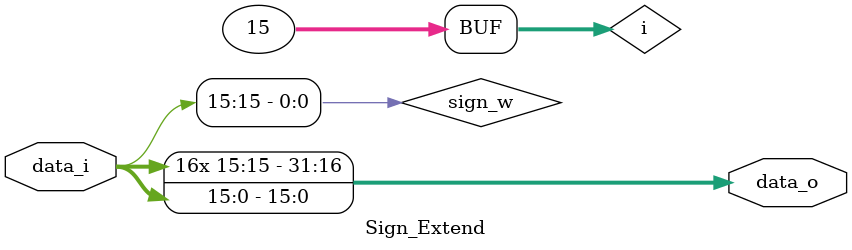
<source format=v>

module Sign_Extend(
    data_i,
    data_o
    );
               
//I/O ports
input   [16-1:0] data_i;
output  [32-1:0] data_o;

//Internal Signals
reg     [32-1:0] data_o;
wire 	  sign_w;
integer i;

assign sign_w = data_i[16-1];

//Sign extended
always @(*) begin
	data_o[16-1:0] <= data_i;
	for( i=32-1; i>=16; i=i-1 )
		data_o[i] <= sign_w;
end
        
endmodule      
     
</source>
